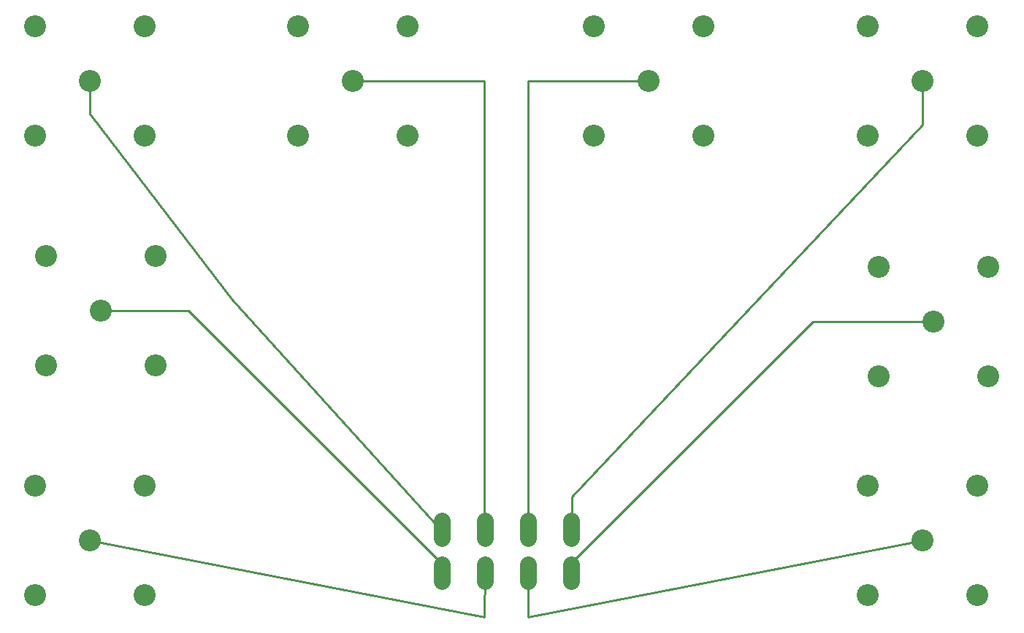
<source format=gbl>
G75*
G70*
%OFA0B0*%
%FSLAX24Y24*%
%IPPOS*%
%LPD*%
%AMOC8*
5,1,8,0,0,1.08239X$1,22.5*
%
%ADD10C,0.1004*%
%ADD11C,0.0780*%
%ADD12C,0.0100*%
D10*
X004600Y004600D03*
X007100Y007100D03*
X004600Y009600D03*
X009600Y009600D03*
X009600Y004600D03*
X010100Y015100D03*
X007600Y017600D03*
X005100Y015100D03*
X005100Y020100D03*
X010100Y020100D03*
X009600Y025600D03*
X007100Y028100D03*
X004600Y030600D03*
X009600Y030600D03*
X016600Y030600D03*
X019100Y028100D03*
X021600Y030600D03*
X021600Y025600D03*
X016600Y025600D03*
X004600Y025600D03*
X030100Y025600D03*
X032600Y028100D03*
X030100Y030600D03*
X035100Y030600D03*
X042600Y030600D03*
X045100Y028100D03*
X047600Y030600D03*
X047600Y025600D03*
X042600Y025600D03*
X035100Y025600D03*
X043100Y019600D03*
X045600Y017100D03*
X043100Y014600D03*
X048100Y014600D03*
X048100Y019600D03*
X047600Y009600D03*
X045100Y007100D03*
X042600Y004600D03*
X047600Y004600D03*
X042600Y009600D03*
D11*
X029060Y007980D02*
X029060Y007200D01*
X029060Y006000D02*
X029060Y005220D01*
X027090Y005220D02*
X027090Y006000D01*
X027090Y007200D02*
X027090Y007980D01*
X025110Y007980D02*
X025110Y007200D01*
X025110Y006000D02*
X025110Y005220D01*
X023140Y005220D02*
X023140Y006000D01*
X023140Y007200D02*
X023140Y007980D01*
D12*
X023100Y007600D02*
X023140Y007590D01*
X023100Y007600D02*
X013600Y018100D01*
X007100Y026600D01*
X007100Y028100D01*
X019100Y028100D02*
X025100Y028100D01*
X025100Y007600D01*
X025110Y007590D01*
X027090Y007590D02*
X027100Y007600D01*
X027100Y028100D01*
X032600Y028100D01*
X045100Y028100D02*
X045100Y026100D01*
X029100Y009100D01*
X029100Y007600D01*
X029060Y007590D01*
X029100Y006100D02*
X029060Y005610D01*
X029100Y006100D02*
X040100Y017100D01*
X045600Y017100D01*
X045100Y007100D02*
X027100Y003600D01*
X027090Y005610D01*
X025110Y005610D02*
X025100Y003600D01*
X007100Y007100D01*
X011600Y017600D02*
X023100Y006100D01*
X023140Y005610D01*
X011600Y017600D02*
X007600Y017600D01*
M02*

</source>
